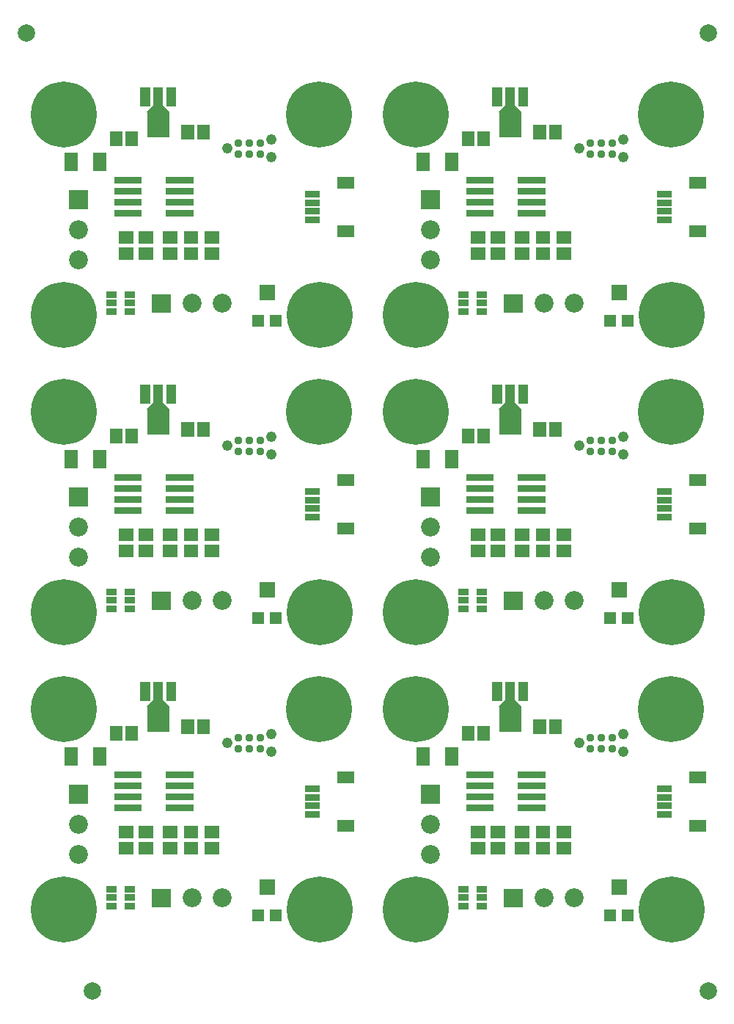
<source format=gbr>
G04 start of page 7 for group -4063 idx -4063 *
G04 Title: (unknown), componentmask *
G04 Creator: pcb 4.0.2 *
G04 CreationDate: Sun Oct 16 03:50:19 2022 UTC *
G04 For: ndholmes *
G04 Format: Gerber/RS-274X *
G04 PCB-Dimensions (mil): 3900.00 4750.00 *
G04 PCB-Coordinate-Origin: lower left *
%MOIN*%
%FSLAX25Y25*%
%LNTOPMASK*%
%ADD47C,0.0370*%
%ADD46C,0.0787*%
%ADD45C,0.0490*%
%ADD44C,0.0001*%
%ADD43C,0.0860*%
%ADD42C,0.2997*%
G54D42*X173000Y418000D03*
X173500Y327000D03*
X173000Y283000D03*
G54D43*X129114Y332173D03*
G54D42*X333500Y327000D03*
X217000D03*
G54D44*G36*
X257255Y336473D02*Y327873D01*
X265855D01*
Y336473D01*
X257255D01*
G37*
G54D43*X275335Y332173D03*
X289114D03*
G54D42*X333000Y418000D03*
G54D45*X291500Y402500D03*
X311500Y406500D03*
Y398500D03*
G54D43*X223673Y351886D03*
G54D42*X217000Y283000D03*
Y418000D03*
G54D44*G36*
X219373Y383745D02*Y375145D01*
X227973D01*
Y383745D01*
X219373D01*
G37*
G54D43*X223673Y365665D03*
G54D45*X311500Y271500D03*
X151500D03*
G54D42*X57000Y327000D03*
Y418000D03*
G54D44*G36*
X59373Y383745D02*Y375145D01*
X67973D01*
Y383745D01*
X59373D01*
G37*
G54D43*X63673Y365665D03*
Y351886D03*
G54D44*G36*
X97255Y336473D02*Y327873D01*
X105855D01*
Y336473D01*
X97255D01*
G37*
G54D43*X115335Y332173D03*
G54D45*X131500Y402500D03*
X151500Y406500D03*
Y398500D03*
G54D42*X333000Y283000D03*
X333500Y192000D03*
G54D43*X289114Y197173D03*
G54D45*X291500Y132500D03*
Y267500D03*
X311500Y263500D03*
G54D42*X333000Y148000D03*
G54D45*X311500Y136500D03*
Y128500D03*
G54D42*X333500Y57000D03*
G54D43*X289114Y62173D03*
G54D42*X217000Y192000D03*
G54D44*G36*
X219373Y248745D02*Y240145D01*
X227973D01*
Y248745D01*
X219373D01*
G37*
G54D43*X223673Y230665D03*
Y216886D03*
G54D44*G36*
X257255Y201473D02*Y192873D01*
X265855D01*
Y201473D01*
X257255D01*
G37*
G54D42*X173500Y192000D03*
G54D43*X275335Y197173D03*
G54D42*X57000Y192000D03*
G54D44*G36*
X97255Y201473D02*Y192873D01*
X105855D01*
Y201473D01*
X97255D01*
G37*
G54D43*X115335Y197173D03*
X129114D03*
G54D42*X57000Y283000D03*
G54D44*G36*
X59373Y248745D02*Y240145D01*
X67973D01*
Y248745D01*
X59373D01*
G37*
G54D43*X63673Y230665D03*
Y216886D03*
G54D45*X131500Y267500D03*
X151500Y263500D03*
G54D42*X173000Y148000D03*
G54D45*X131500Y132500D03*
X151500Y136500D03*
Y128500D03*
G54D42*X173500Y57000D03*
G54D44*G36*
X97255Y66473D02*Y57873D01*
X105855D01*
Y66473D01*
X97255D01*
G37*
G54D43*X115335Y62173D03*
X129114D03*
G54D42*X217000Y57000D03*
X57000D03*
Y148000D03*
G54D44*G36*
X59373Y113745D02*Y105145D01*
X67973D01*
Y113745D01*
X59373D01*
G37*
G54D43*X63673Y95665D03*
Y81886D03*
G54D42*X217000Y148000D03*
G54D44*G36*
X219373Y113745D02*Y105145D01*
X227973D01*
Y113745D01*
X219373D01*
G37*
G54D43*X223673Y95665D03*
Y81886D03*
G54D44*G36*
X257255Y66473D02*Y57873D01*
X265855D01*
Y66473D01*
X257255D01*
G37*
G54D43*X275335Y62173D03*
G54D46*X40000Y455000D03*
G54D44*G36*
X83816Y410252D02*X78098D01*
Y403748D01*
X83816D01*
Y410252D01*
G37*
G36*
X90902D02*X85184D01*
Y403748D01*
X90902D01*
Y410252D01*
G37*
G36*
X63550Y400550D02*X57450D01*
Y392450D01*
X63550D01*
Y400550D01*
G37*
G36*
X76550D02*X70450D01*
Y392450D01*
X76550D01*
Y400550D01*
G37*
G36*
X83000Y389500D02*Y386500D01*
X92500D01*
Y389500D01*
X83000D01*
G37*
G36*
Y384500D02*Y381500D01*
X92500D01*
Y384500D01*
X83000D01*
G37*
G36*
X80000Y389500D02*Y386500D01*
X89500D01*
Y389500D01*
X80000D01*
G37*
G36*
Y384500D02*Y381500D01*
X89500D01*
Y384500D01*
X80000D01*
G37*
G36*
X83000Y379500D02*Y376500D01*
X92500D01*
Y379500D01*
X83000D01*
G37*
G36*
Y374500D02*Y371500D01*
X92500D01*
Y374500D01*
X83000D01*
G37*
G36*
X80000Y379500D02*Y376500D01*
X89500D01*
Y379500D01*
X80000D01*
G37*
G36*
Y374500D02*Y371500D01*
X89500D01*
Y374500D01*
X80000D01*
G37*
G36*
X166649Y371575D02*Y368613D01*
X173351D01*
Y371575D01*
X166649D01*
G37*
G36*
X181413Y367638D02*Y362314D01*
X189099D01*
Y367638D01*
X181413D01*
G37*
G36*
X166649Y375512D02*Y372550D01*
X173351D01*
Y375512D01*
X166649D01*
G37*
G36*
Y379450D02*Y376488D01*
X173351D01*
Y379450D01*
X166649D01*
G37*
G36*
Y383387D02*Y380425D01*
X173351D01*
Y383387D01*
X166649D01*
G37*
G36*
X181413Y389686D02*Y384362D01*
X189099D01*
Y389686D01*
X181413D01*
G37*
G36*
X108096Y430174D02*X103716D01*
Y421700D01*
X108096D01*
Y430174D01*
G37*
G36*
X102190D02*X97810D01*
Y413984D01*
X102190D01*
Y430174D01*
G37*
G36*
X101885Y422429D02*X100041Y420585D01*
X103305Y417321D01*
X105149Y419165D01*
X101885Y422429D01*
G37*
G36*
X99959Y420585D02*X98115Y422429D01*
X94851Y419165D01*
X96695Y417321D01*
X99959Y420585D01*
G37*
G36*
X96284Y430174D02*X91904D01*
Y421700D01*
X96284D01*
Y430174D01*
G37*
G36*
X105025Y419465D02*X94975D01*
Y407525D01*
X105025D01*
Y419465D01*
G37*
G36*
X123402Y413252D02*X117684D01*
Y406748D01*
X123402D01*
Y413252D01*
G37*
G36*
X116316D02*X110598D01*
Y406748D01*
X116316D01*
Y413252D01*
G37*
G36*
X103500Y374500D02*Y371500D01*
X113000D01*
Y374500D01*
X103500D01*
G37*
G36*
Y379500D02*Y376500D01*
X113000D01*
Y379500D01*
X103500D01*
G37*
G36*
Y384500D02*Y381500D01*
X113000D01*
Y384500D01*
X103500D01*
G37*
G36*
Y389500D02*Y386500D01*
X113000D01*
Y389500D01*
X103500D01*
G37*
G36*
X121248Y364902D02*Y359184D01*
X127752D01*
Y364902D01*
X121248D01*
G37*
G36*
Y357816D02*Y352098D01*
X127752D01*
Y357816D01*
X121248D01*
G37*
G36*
X106500Y379500D02*Y376500D01*
X116000D01*
Y379500D01*
X106500D01*
G37*
G36*
Y384500D02*Y381500D01*
X116000D01*
Y384500D01*
X106500D01*
G37*
G36*
Y389500D02*Y386500D01*
X116000D01*
Y389500D01*
X106500D01*
G37*
G36*
Y374500D02*Y371500D01*
X116000D01*
Y374500D01*
X106500D01*
G37*
G36*
X111748Y364902D02*Y359184D01*
X118252D01*
Y364902D01*
X111748D01*
G37*
G36*
Y357816D02*Y352098D01*
X118252D01*
Y357816D01*
X111748D01*
G37*
G36*
X102248Y364902D02*Y359184D01*
X108752D01*
Y364902D01*
X102248D01*
G37*
G36*
Y357816D02*Y352098D01*
X108752D01*
Y357816D01*
X102248D01*
G37*
G54D46*X70000Y20000D03*
G54D44*G36*
X84700Y60000D02*Y57000D01*
X89300D01*
Y60000D01*
X84700D01*
G37*
G36*
Y63900D02*Y60900D01*
X89300D01*
Y63900D01*
X84700D01*
G37*
G36*
Y67800D02*Y64800D01*
X89300D01*
Y67800D01*
X84700D01*
G37*
G36*
X82248Y87816D02*Y82098D01*
X88752D01*
Y87816D01*
X82248D01*
G37*
G36*
Y94902D02*Y89184D01*
X88752D01*
Y94902D01*
X82248D01*
G37*
G36*
X76500Y67800D02*Y64800D01*
X81100D01*
Y67800D01*
X76500D01*
G37*
G36*
Y63900D02*Y60900D01*
X81100D01*
Y63900D01*
X76500D01*
G37*
G36*
Y60000D02*Y57000D01*
X81100D01*
Y60000D01*
X76500D01*
G37*
G36*
X84700Y195000D02*Y192000D01*
X89300D01*
Y195000D01*
X84700D01*
G37*
G36*
Y198900D02*Y195900D01*
X89300D01*
Y198900D01*
X84700D01*
G37*
G36*
Y202800D02*Y199800D01*
X89300D01*
Y202800D01*
X84700D01*
G37*
G36*
X82248Y222816D02*Y217098D01*
X88752D01*
Y222816D01*
X82248D01*
G37*
G36*
Y229902D02*Y224184D01*
X88752D01*
Y229902D01*
X82248D01*
G37*
G36*
X76500Y202800D02*Y199800D01*
X81100D01*
Y202800D01*
X76500D01*
G37*
G36*
X63550Y265550D02*X57450D01*
Y257450D01*
X63550D01*
Y265550D01*
G37*
G36*
X76550D02*X70450D01*
Y257450D01*
X76550D01*
Y265550D01*
G37*
G36*
X80000Y254500D02*Y251500D01*
X89500D01*
Y254500D01*
X80000D01*
G37*
G36*
Y249500D02*Y246500D01*
X89500D01*
Y249500D01*
X80000D01*
G37*
G36*
Y244500D02*Y241500D01*
X89500D01*
Y244500D01*
X80000D01*
G37*
G36*
Y239500D02*Y236500D01*
X89500D01*
Y239500D01*
X80000D01*
G37*
G36*
X76500Y198900D02*Y195900D01*
X81100D01*
Y198900D01*
X76500D01*
G37*
G36*
Y195000D02*Y192000D01*
X81100D01*
Y195000D01*
X76500D01*
G37*
G36*
X83816Y140252D02*X78098D01*
Y133748D01*
X83816D01*
Y140252D01*
G37*
G36*
X63550Y130550D02*X57450D01*
Y122450D01*
X63550D01*
Y130550D01*
G37*
G36*
X76550D02*X70450D01*
Y122450D01*
X76550D01*
Y130550D01*
G37*
G36*
X90902Y140252D02*X85184D01*
Y133748D01*
X90902D01*
Y140252D01*
G37*
G36*
X83000Y119500D02*Y116500D01*
X92500D01*
Y119500D01*
X83000D01*
G37*
G36*
Y114500D02*Y111500D01*
X92500D01*
Y114500D01*
X83000D01*
G37*
G36*
X80000Y119500D02*Y116500D01*
X89500D01*
Y119500D01*
X80000D01*
G37*
G36*
Y114500D02*Y111500D01*
X89500D01*
Y114500D01*
X80000D01*
G37*
G36*
X83000Y109500D02*Y106500D01*
X92500D01*
Y109500D01*
X83000D01*
G37*
G36*
Y104500D02*Y101500D01*
X92500D01*
Y104500D01*
X83000D01*
G37*
G36*
X80000Y109500D02*Y106500D01*
X89500D01*
Y109500D01*
X80000D01*
G37*
G36*
Y104500D02*Y101500D01*
X89500D01*
Y104500D01*
X80000D01*
G37*
G36*
X84700Y330000D02*Y327000D01*
X89300D01*
Y330000D01*
X84700D01*
G37*
G36*
Y333900D02*Y330900D01*
X89300D01*
Y333900D01*
X84700D01*
G37*
G36*
Y337800D02*Y334800D01*
X89300D01*
Y337800D01*
X84700D01*
G37*
G36*
X76500D02*Y334800D01*
X81100D01*
Y337800D01*
X76500D01*
G37*
G36*
Y333900D02*Y330900D01*
X81100D01*
Y333900D01*
X76500D01*
G37*
G36*
Y330000D02*Y327000D01*
X81100D01*
Y330000D01*
X76500D01*
G37*
G36*
X82248Y357816D02*Y352098D01*
X88752D01*
Y357816D01*
X82248D01*
G37*
G36*
Y364902D02*Y359184D01*
X88752D01*
Y364902D01*
X82248D01*
G37*
G36*
X91248D02*Y359184D01*
X97752D01*
Y364902D01*
X91248D01*
G37*
G36*
Y357816D02*Y352098D01*
X97752D01*
Y357816D01*
X91248D01*
G37*
G36*
X142949Y327100D02*Y321800D01*
X148250D01*
Y327100D01*
X142949D01*
G37*
G36*
X150750D02*Y321800D01*
X156051D01*
Y327100D01*
X150750D01*
G37*
G36*
X146050Y340700D02*Y333800D01*
X152951D01*
Y340700D01*
X146050D01*
G37*
G54D47*X136500Y400000D03*
Y405000D03*
X141500Y400000D03*
Y405000D03*
X146500Y400000D03*
Y405000D03*
G54D44*G36*
X83816Y275252D02*X78098D01*
Y268748D01*
X83816D01*
Y275252D01*
G37*
G36*
X83000Y254500D02*Y251500D01*
X92500D01*
Y254500D01*
X83000D01*
G37*
G36*
Y249500D02*Y246500D01*
X92500D01*
Y249500D01*
X83000D01*
G37*
G36*
Y244500D02*Y241500D01*
X92500D01*
Y244500D01*
X83000D01*
G37*
G36*
Y239500D02*Y236500D01*
X92500D01*
Y239500D01*
X83000D01*
G37*
G36*
X90902Y275252D02*X85184D01*
Y268748D01*
X90902D01*
Y275252D01*
G37*
G36*
X123402Y278252D02*X117684D01*
Y271748D01*
X123402D01*
Y278252D01*
G37*
G36*
X116316D02*X110598D01*
Y271748D01*
X116316D01*
Y278252D01*
G37*
G36*
X108096Y295174D02*X103716D01*
Y286700D01*
X108096D01*
Y295174D01*
G37*
G36*
X102190D02*X97810D01*
Y278984D01*
X102190D01*
Y295174D01*
G37*
G36*
X105025Y284465D02*X94975D01*
Y272525D01*
X105025D01*
Y284465D01*
G37*
G36*
X101885Y287429D02*X100041Y285585D01*
X103305Y282321D01*
X105149Y284165D01*
X101885Y287429D01*
G37*
G36*
X99959Y285585D02*X98115Y287429D01*
X94851Y284165D01*
X96695Y282321D01*
X99959Y285585D01*
G37*
G36*
X96284Y295174D02*X91904D01*
Y286700D01*
X96284D01*
Y295174D01*
G37*
G54D47*X136500Y265000D03*
X141500D03*
X146500D03*
X136500Y270000D03*
X141500D03*
X146500D03*
G54D44*G36*
X103500Y239500D02*Y236500D01*
X113000D01*
Y239500D01*
X103500D01*
G37*
G36*
Y244500D02*Y241500D01*
X113000D01*
Y244500D01*
X103500D01*
G37*
G36*
X106500Y239500D02*Y236500D01*
X116000D01*
Y239500D01*
X106500D01*
G37*
G36*
Y244500D02*Y241500D01*
X116000D01*
Y244500D01*
X106500D01*
G37*
G36*
X103500Y249500D02*Y246500D01*
X113000D01*
Y249500D01*
X103500D01*
G37*
G36*
Y254500D02*Y251500D01*
X113000D01*
Y254500D01*
X103500D01*
G37*
G36*
X106500Y249500D02*Y246500D01*
X116000D01*
Y249500D01*
X106500D01*
G37*
G36*
Y254500D02*Y251500D01*
X116000D01*
Y254500D01*
X106500D01*
G37*
G36*
X111748Y229902D02*Y224184D01*
X118252D01*
Y229902D01*
X111748D01*
G37*
G36*
Y222816D02*Y217098D01*
X118252D01*
Y222816D01*
X111748D01*
G37*
G36*
X121248Y229902D02*Y224184D01*
X127752D01*
Y229902D01*
X121248D01*
G37*
G36*
Y222816D02*Y217098D01*
X127752D01*
Y222816D01*
X121248D01*
G37*
G36*
X102248Y229902D02*Y224184D01*
X108752D01*
Y229902D01*
X102248D01*
G37*
G36*
Y222816D02*Y217098D01*
X108752D01*
Y222816D01*
X102248D01*
G37*
G36*
X91248Y229902D02*Y224184D01*
X97752D01*
Y229902D01*
X91248D01*
G37*
G36*
Y222816D02*Y217098D01*
X97752D01*
Y222816D01*
X91248D01*
G37*
G36*
X142949Y192100D02*Y186800D01*
X148250D01*
Y192100D01*
X142949D01*
G37*
G36*
X150750D02*Y186800D01*
X156051D01*
Y192100D01*
X150750D01*
G37*
G36*
X146050Y205700D02*Y198800D01*
X152951D01*
Y205700D01*
X146050D01*
G37*
G36*
X166649Y236575D02*Y233613D01*
X173351D01*
Y236575D01*
X166649D01*
G37*
G36*
Y240512D02*Y237550D01*
X173351D01*
Y240512D01*
X166649D01*
G37*
G36*
Y244450D02*Y241488D01*
X173351D01*
Y244450D01*
X166649D01*
G37*
G36*
Y248387D02*Y245425D01*
X173351D01*
Y248387D01*
X166649D01*
G37*
G36*
X181413Y232638D02*Y227314D01*
X189099D01*
Y232638D01*
X181413D01*
G37*
G36*
Y254686D02*Y249362D01*
X189099D01*
Y254686D01*
X181413D01*
G37*
G36*
X108096Y160174D02*X103716D01*
Y151700D01*
X108096D01*
Y160174D01*
G37*
G36*
X102190D02*X97810D01*
Y143984D01*
X102190D01*
Y160174D01*
G37*
G36*
X105025Y149465D02*X94975D01*
Y137525D01*
X105025D01*
Y149465D01*
G37*
G36*
X101885Y152429D02*X100041Y150585D01*
X103305Y147321D01*
X105149Y149165D01*
X101885Y152429D01*
G37*
G36*
X99959Y150585D02*X98115Y152429D01*
X94851Y149165D01*
X96695Y147321D01*
X99959Y150585D01*
G37*
G36*
X96284Y160174D02*X91904D01*
Y151700D01*
X96284D01*
Y160174D01*
G37*
G36*
X123402Y143252D02*X117684D01*
Y136748D01*
X123402D01*
Y143252D01*
G37*
G36*
X116316D02*X110598D01*
Y136748D01*
X116316D01*
Y143252D01*
G37*
G54D47*X136500Y130000D03*
Y135000D03*
X141500D03*
X146500D03*
X141500Y130000D03*
X146500D03*
G54D44*G36*
X142949Y57100D02*Y51800D01*
X148250D01*
Y57100D01*
X142949D01*
G37*
G36*
X150750D02*Y51800D01*
X156051D01*
Y57100D01*
X150750D01*
G37*
G36*
X146050Y70700D02*Y63800D01*
X152951D01*
Y70700D01*
X146050D01*
G37*
G36*
X166649Y101575D02*Y98613D01*
X173351D01*
Y101575D01*
X166649D01*
G37*
G36*
X181413Y97638D02*Y92314D01*
X189099D01*
Y97638D01*
X181413D01*
G37*
G36*
X166649Y105512D02*Y102550D01*
X173351D01*
Y105512D01*
X166649D01*
G37*
G36*
Y109450D02*Y106488D01*
X173351D01*
Y109450D01*
X166649D01*
G37*
G36*
Y113387D02*Y110425D01*
X173351D01*
Y113387D01*
X166649D01*
G37*
G36*
X181413Y119686D02*Y114362D01*
X189099D01*
Y119686D01*
X181413D01*
G37*
G36*
X103500Y104500D02*Y101500D01*
X113000D01*
Y104500D01*
X103500D01*
G37*
G36*
X106500D02*Y101500D01*
X116000D01*
Y104500D01*
X106500D01*
G37*
G36*
X102248Y94902D02*Y89184D01*
X108752D01*
Y94902D01*
X102248D01*
G37*
G36*
X103500Y109500D02*Y106500D01*
X113000D01*
Y109500D01*
X103500D01*
G37*
G36*
X106500D02*Y106500D01*
X116000D01*
Y109500D01*
X106500D01*
G37*
G36*
X103500Y114500D02*Y111500D01*
X113000D01*
Y114500D01*
X103500D01*
G37*
G36*
Y119500D02*Y116500D01*
X113000D01*
Y119500D01*
X103500D01*
G37*
G36*
X106500Y114500D02*Y111500D01*
X116000D01*
Y114500D01*
X106500D01*
G37*
G36*
Y119500D02*Y116500D01*
X116000D01*
Y119500D01*
X106500D01*
G37*
G36*
X111748Y94902D02*Y89184D01*
X118252D01*
Y94902D01*
X111748D01*
G37*
G36*
Y87816D02*Y82098D01*
X118252D01*
Y87816D01*
X111748D01*
G37*
G36*
X121248Y94902D02*Y89184D01*
X127752D01*
Y94902D01*
X121248D01*
G37*
G36*
Y87816D02*Y82098D01*
X127752D01*
Y87816D01*
X121248D01*
G37*
G36*
X102248D02*Y82098D01*
X108752D01*
Y87816D01*
X102248D01*
G37*
G36*
X91248Y94902D02*Y89184D01*
X97752D01*
Y94902D01*
X91248D01*
G37*
G36*
Y87816D02*Y82098D01*
X97752D01*
Y87816D01*
X91248D01*
G37*
G54D46*X350000Y455000D03*
Y20000D03*
G54D44*G36*
X341413Y232638D02*Y227314D01*
X349099D01*
Y232638D01*
X341413D01*
G37*
G36*
Y254686D02*Y249362D01*
X349099D01*
Y254686D01*
X341413D01*
G37*
G36*
Y97638D02*Y92314D01*
X349099D01*
Y97638D01*
X341413D01*
G37*
G36*
Y119686D02*Y114362D01*
X349099D01*
Y119686D01*
X341413D01*
G37*
G36*
X243816Y410252D02*X238098D01*
Y403748D01*
X243816D01*
Y410252D01*
G37*
G36*
X250902D02*X245184D01*
Y403748D01*
X250902D01*
Y410252D01*
G37*
G36*
X265025Y419465D02*X254975D01*
Y407525D01*
X265025D01*
Y419465D01*
G37*
G36*
X268096Y430174D02*X263716D01*
Y421700D01*
X268096D01*
Y430174D01*
G37*
G36*
X262190D02*X257810D01*
Y413984D01*
X262190D01*
Y430174D01*
G37*
G36*
X261885Y422429D02*X260041Y420585D01*
X263305Y417321D01*
X265149Y419165D01*
X261885Y422429D01*
G37*
G36*
X259959Y420585D02*X258115Y422429D01*
X254851Y419165D01*
X256695Y417321D01*
X259959Y420585D01*
G37*
G36*
X256284Y430174D02*X251904D01*
Y421700D01*
X256284D01*
Y430174D01*
G37*
G36*
X223550Y400550D02*X217450D01*
Y392450D01*
X223550D01*
Y400550D01*
G37*
G36*
X236550D02*X230450D01*
Y392450D01*
X236550D01*
Y400550D01*
G37*
G36*
X244700Y330000D02*Y327000D01*
X249300D01*
Y330000D01*
X244700D01*
G37*
G36*
X302949Y327100D02*Y321800D01*
X308250D01*
Y327100D01*
X302949D01*
G37*
G36*
X310750D02*Y321800D01*
X316051D01*
Y327100D01*
X310750D01*
G37*
G36*
X263500Y384500D02*Y381500D01*
X273000D01*
Y384500D01*
X263500D01*
G37*
G36*
X266500Y374500D02*Y371500D01*
X276000D01*
Y374500D01*
X266500D01*
G37*
G36*
Y379500D02*Y376500D01*
X276000D01*
Y379500D01*
X266500D01*
G37*
G36*
Y384500D02*Y381500D01*
X276000D01*
Y384500D01*
X266500D01*
G37*
G36*
X263500Y389500D02*Y386500D01*
X273000D01*
Y389500D01*
X263500D01*
G37*
G36*
X266500D02*Y386500D01*
X276000D01*
Y389500D01*
X266500D01*
G37*
G36*
X271748Y364902D02*Y359184D01*
X278252D01*
Y364902D01*
X271748D01*
G37*
G36*
Y357816D02*Y352098D01*
X278252D01*
Y357816D01*
X271748D01*
G37*
G36*
X281248Y364902D02*Y359184D01*
X287752D01*
Y364902D01*
X281248D01*
G37*
G36*
Y357816D02*Y352098D01*
X287752D01*
Y357816D01*
X281248D01*
G37*
G36*
X262248Y364902D02*Y359184D01*
X268752D01*
Y364902D01*
X262248D01*
G37*
G36*
X251248D02*Y359184D01*
X257752D01*
Y364902D01*
X251248D01*
G37*
G36*
X262248Y357816D02*Y352098D01*
X268752D01*
Y357816D01*
X262248D01*
G37*
G36*
X251248D02*Y352098D01*
X257752D01*
Y357816D01*
X251248D01*
G37*
G36*
X244700Y333900D02*Y330900D01*
X249300D01*
Y333900D01*
X244700D01*
G37*
G36*
X236500D02*Y330900D01*
X241100D01*
Y333900D01*
X236500D01*
G37*
G36*
Y330000D02*Y327000D01*
X241100D01*
Y330000D01*
X236500D01*
G37*
G36*
X244700Y337800D02*Y334800D01*
X249300D01*
Y337800D01*
X244700D01*
G37*
G36*
X236500D02*Y334800D01*
X241100D01*
Y337800D01*
X236500D01*
G37*
G36*
X243000Y389500D02*Y386500D01*
X252500D01*
Y389500D01*
X243000D01*
G37*
G36*
Y384500D02*Y381500D01*
X252500D01*
Y384500D01*
X243000D01*
G37*
G36*
Y379500D02*Y376500D01*
X252500D01*
Y379500D01*
X243000D01*
G37*
G36*
Y374500D02*Y371500D01*
X252500D01*
Y374500D01*
X243000D01*
G37*
G36*
X263500D02*Y371500D01*
X273000D01*
Y374500D01*
X263500D01*
G37*
G36*
Y379500D02*Y376500D01*
X273000D01*
Y379500D01*
X263500D01*
G37*
G36*
X240000Y389500D02*Y386500D01*
X249500D01*
Y389500D01*
X240000D01*
G37*
G36*
Y384500D02*Y381500D01*
X249500D01*
Y384500D01*
X240000D01*
G37*
G36*
Y379500D02*Y376500D01*
X249500D01*
Y379500D01*
X240000D01*
G37*
G36*
Y374500D02*Y371500D01*
X249500D01*
Y374500D01*
X240000D01*
G37*
G36*
X242248Y357816D02*Y352098D01*
X248752D01*
Y357816D01*
X242248D01*
G37*
G36*
Y364902D02*Y359184D01*
X248752D01*
Y364902D01*
X242248D01*
G37*
G36*
X306050Y340700D02*Y333800D01*
X312951D01*
Y340700D01*
X306050D01*
G37*
G36*
X326649Y371575D02*Y368613D01*
X333351D01*
Y371575D01*
X326649D01*
G37*
G36*
Y375512D02*Y372550D01*
X333351D01*
Y375512D01*
X326649D01*
G37*
G36*
Y379450D02*Y376488D01*
X333351D01*
Y379450D01*
X326649D01*
G37*
G36*
Y383387D02*Y380425D01*
X333351D01*
Y383387D01*
X326649D01*
G37*
G36*
X341413Y367638D02*Y362314D01*
X349099D01*
Y367638D01*
X341413D01*
G37*
G36*
Y389686D02*Y384362D01*
X349099D01*
Y389686D01*
X341413D01*
G37*
G36*
X283402Y413252D02*X277684D01*
Y406748D01*
X283402D01*
Y413252D01*
G37*
G36*
X276316D02*X270598D01*
Y406748D01*
X276316D01*
Y413252D01*
G37*
G54D47*X296500Y400000D03*
Y405000D03*
X301500Y400000D03*
Y405000D03*
X306500Y400000D03*
Y405000D03*
G54D44*G36*
X243816Y275252D02*X238098D01*
Y268748D01*
X243816D01*
Y275252D01*
G37*
G36*
X250902D02*X245184D01*
Y268748D01*
X250902D01*
Y275252D01*
G37*
G36*
X268096Y295174D02*X263716D01*
Y286700D01*
X268096D01*
Y295174D01*
G37*
G36*
X262190D02*X257810D01*
Y278984D01*
X262190D01*
Y295174D01*
G37*
G36*
X265025Y284465D02*X254975D01*
Y272525D01*
X265025D01*
Y284465D01*
G37*
G36*
X261885Y287429D02*X260041Y285585D01*
X263305Y282321D01*
X265149Y284165D01*
X261885Y287429D01*
G37*
G36*
X259959Y285585D02*X258115Y287429D01*
X254851Y284165D01*
X256695Y282321D01*
X259959Y285585D01*
G37*
G36*
X256284Y295174D02*X251904D01*
Y286700D01*
X256284D01*
Y295174D01*
G37*
G36*
X223550Y265550D02*X217450D01*
Y257450D01*
X223550D01*
Y265550D01*
G37*
G36*
X236550D02*X230450D01*
Y257450D01*
X236550D01*
Y265550D01*
G37*
G36*
X243000Y254500D02*Y251500D01*
X252500D01*
Y254500D01*
X243000D01*
G37*
G36*
X263500D02*Y251500D01*
X273000D01*
Y254500D01*
X263500D01*
G37*
G36*
X240000D02*Y251500D01*
X249500D01*
Y254500D01*
X240000D01*
G37*
G36*
X263500Y239500D02*Y236500D01*
X273000D01*
Y239500D01*
X263500D01*
G37*
G36*
Y244500D02*Y241500D01*
X273000D01*
Y244500D01*
X263500D01*
G37*
G36*
Y249500D02*Y246500D01*
X273000D01*
Y249500D01*
X263500D01*
G37*
G36*
X243000D02*Y246500D01*
X252500D01*
Y249500D01*
X243000D01*
G37*
G36*
Y244500D02*Y241500D01*
X252500D01*
Y244500D01*
X243000D01*
G37*
G36*
Y239500D02*Y236500D01*
X252500D01*
Y239500D01*
X243000D01*
G37*
G36*
X240000Y249500D02*Y246500D01*
X249500D01*
Y249500D01*
X240000D01*
G37*
G36*
Y244500D02*Y241500D01*
X249500D01*
Y244500D01*
X240000D01*
G37*
G36*
Y239500D02*Y236500D01*
X249500D01*
Y239500D01*
X240000D01*
G37*
G36*
X266500Y254500D02*Y251500D01*
X276000D01*
Y254500D01*
X266500D01*
G37*
G36*
X283402Y278252D02*X277684D01*
Y271748D01*
X283402D01*
Y278252D01*
G37*
G36*
X276316D02*X270598D01*
Y271748D01*
X276316D01*
Y278252D01*
G37*
G54D47*X296500Y265000D03*
Y270000D03*
X301500Y265000D03*
Y270000D03*
X306500Y265000D03*
Y270000D03*
G54D44*G36*
X244700Y195000D02*Y192000D01*
X249300D01*
Y195000D01*
X244700D01*
G37*
G36*
X302949Y192100D02*Y186800D01*
X308250D01*
Y192100D01*
X302949D01*
G37*
G36*
X310750D02*Y186800D01*
X316051D01*
Y192100D01*
X310750D01*
G37*
G36*
X306050Y205700D02*Y198800D01*
X312951D01*
Y205700D01*
X306050D01*
G37*
G36*
X326649Y236575D02*Y233613D01*
X333351D01*
Y236575D01*
X326649D01*
G37*
G36*
Y240512D02*Y237550D01*
X333351D01*
Y240512D01*
X326649D01*
G37*
G36*
Y244450D02*Y241488D01*
X333351D01*
Y244450D01*
X326649D01*
G37*
G36*
Y248387D02*Y245425D01*
X333351D01*
Y248387D01*
X326649D01*
G37*
G36*
X251248Y222816D02*Y217098D01*
X257752D01*
Y222816D01*
X251248D01*
G37*
G36*
X244700Y198900D02*Y195900D01*
X249300D01*
Y198900D01*
X244700D01*
G37*
G36*
X236500D02*Y195900D01*
X241100D01*
Y198900D01*
X236500D01*
G37*
G36*
Y195000D02*Y192000D01*
X241100D01*
Y195000D01*
X236500D01*
G37*
G36*
X244700Y202800D02*Y199800D01*
X249300D01*
Y202800D01*
X244700D01*
G37*
G36*
X236500D02*Y199800D01*
X241100D01*
Y202800D01*
X236500D01*
G37*
G36*
X242248Y222816D02*Y217098D01*
X248752D01*
Y222816D01*
X242248D01*
G37*
G36*
Y229902D02*Y224184D01*
X248752D01*
Y229902D01*
X242248D01*
G37*
G36*
X266500Y239500D02*Y236500D01*
X276000D01*
Y239500D01*
X266500D01*
G37*
G36*
Y244500D02*Y241500D01*
X276000D01*
Y244500D01*
X266500D01*
G37*
G36*
Y249500D02*Y246500D01*
X276000D01*
Y249500D01*
X266500D01*
G37*
G36*
X271748Y229902D02*Y224184D01*
X278252D01*
Y229902D01*
X271748D01*
G37*
G36*
Y222816D02*Y217098D01*
X278252D01*
Y222816D01*
X271748D01*
G37*
G36*
X281248Y229902D02*Y224184D01*
X287752D01*
Y229902D01*
X281248D01*
G37*
G36*
Y222816D02*Y217098D01*
X287752D01*
Y222816D01*
X281248D01*
G37*
G36*
X262248Y229902D02*Y224184D01*
X268752D01*
Y229902D01*
X262248D01*
G37*
G36*
Y222816D02*Y217098D01*
X268752D01*
Y222816D01*
X262248D01*
G37*
G36*
X251248Y229902D02*Y224184D01*
X257752D01*
Y229902D01*
X251248D01*
G37*
G36*
X243816Y140252D02*X238098D01*
Y133748D01*
X243816D01*
Y140252D01*
G37*
G36*
X223550Y130550D02*X217450D01*
Y122450D01*
X223550D01*
Y130550D01*
G37*
G36*
X236550D02*X230450D01*
Y122450D01*
X236550D01*
Y130550D01*
G37*
G36*
X250902Y140252D02*X245184D01*
Y133748D01*
X250902D01*
Y140252D01*
G37*
G36*
X265025Y149465D02*X254975D01*
Y137525D01*
X265025D01*
Y149465D01*
G37*
G36*
X283402Y143252D02*X277684D01*
Y136748D01*
X283402D01*
Y143252D01*
G37*
G36*
X276316D02*X270598D01*
Y136748D01*
X276316D01*
Y143252D01*
G37*
G36*
X268096Y160174D02*X263716D01*
Y151700D01*
X268096D01*
Y160174D01*
G37*
G36*
X262190D02*X257810D01*
Y143984D01*
X262190D01*
Y160174D01*
G37*
G36*
X261885Y152429D02*X260041Y150585D01*
X263305Y147321D01*
X265149Y149165D01*
X261885Y152429D01*
G37*
G36*
X259959Y150585D02*X258115Y152429D01*
X254851Y149165D01*
X256695Y147321D01*
X259959Y150585D01*
G37*
G36*
X256284Y160174D02*X251904D01*
Y151700D01*
X256284D01*
Y160174D01*
G37*
G54D47*X296500Y130000D03*
Y135000D03*
X301500D03*
X306500D03*
X301500Y130000D03*
X306500D03*
G54D44*G36*
X302949Y57100D02*Y51800D01*
X308250D01*
Y57100D01*
X302949D01*
G37*
G36*
X310750D02*Y51800D01*
X316051D01*
Y57100D01*
X310750D01*
G37*
G36*
X306050Y70700D02*Y63800D01*
X312951D01*
Y70700D01*
X306050D01*
G37*
G36*
X326649Y101575D02*Y98613D01*
X333351D01*
Y101575D01*
X326649D01*
G37*
G36*
Y105512D02*Y102550D01*
X333351D01*
Y105512D01*
X326649D01*
G37*
G36*
Y109450D02*Y106488D01*
X333351D01*
Y109450D01*
X326649D01*
G37*
G36*
Y113387D02*Y110425D01*
X333351D01*
Y113387D01*
X326649D01*
G37*
G36*
X243000Y119500D02*Y116500D01*
X252500D01*
Y119500D01*
X243000D01*
G37*
G36*
Y114500D02*Y111500D01*
X252500D01*
Y114500D01*
X243000D01*
G37*
G36*
Y109500D02*Y106500D01*
X252500D01*
Y109500D01*
X243000D01*
G37*
G36*
Y104500D02*Y101500D01*
X252500D01*
Y104500D01*
X243000D01*
G37*
G36*
X263500D02*Y101500D01*
X273000D01*
Y104500D01*
X263500D01*
G37*
G36*
Y109500D02*Y106500D01*
X273000D01*
Y109500D01*
X263500D01*
G37*
G36*
Y114500D02*Y111500D01*
X273000D01*
Y114500D01*
X263500D01*
G37*
G36*
X266500Y104500D02*Y101500D01*
X276000D01*
Y104500D01*
X266500D01*
G37*
G36*
Y109500D02*Y106500D01*
X276000D01*
Y109500D01*
X266500D01*
G37*
G36*
Y114500D02*Y111500D01*
X276000D01*
Y114500D01*
X266500D01*
G37*
G36*
X263500Y119500D02*Y116500D01*
X273000D01*
Y119500D01*
X263500D01*
G37*
G36*
X266500D02*Y116500D01*
X276000D01*
Y119500D01*
X266500D01*
G37*
G36*
X271748Y94902D02*Y89184D01*
X278252D01*
Y94902D01*
X271748D01*
G37*
G36*
X262248D02*Y89184D01*
X268752D01*
Y94902D01*
X262248D01*
G37*
G36*
X251248D02*Y89184D01*
X257752D01*
Y94902D01*
X251248D01*
G37*
G36*
X271748Y87816D02*Y82098D01*
X278252D01*
Y87816D01*
X271748D01*
G37*
G36*
X262248D02*Y82098D01*
X268752D01*
Y87816D01*
X262248D01*
G37*
G36*
X251248D02*Y82098D01*
X257752D01*
Y87816D01*
X251248D01*
G37*
G36*
X281248Y94902D02*Y89184D01*
X287752D01*
Y94902D01*
X281248D01*
G37*
G36*
Y87816D02*Y82098D01*
X287752D01*
Y87816D01*
X281248D01*
G37*
G36*
X244700Y60000D02*Y57000D01*
X249300D01*
Y60000D01*
X244700D01*
G37*
G36*
Y63900D02*Y60900D01*
X249300D01*
Y63900D01*
X244700D01*
G37*
G36*
Y67800D02*Y64800D01*
X249300D01*
Y67800D01*
X244700D01*
G37*
G36*
X236500D02*Y64800D01*
X241100D01*
Y67800D01*
X236500D01*
G37*
G36*
Y63900D02*Y60900D01*
X241100D01*
Y63900D01*
X236500D01*
G37*
G36*
Y60000D02*Y57000D01*
X241100D01*
Y60000D01*
X236500D01*
G37*
G36*
X240000Y119500D02*Y116500D01*
X249500D01*
Y119500D01*
X240000D01*
G37*
G36*
Y114500D02*Y111500D01*
X249500D01*
Y114500D01*
X240000D01*
G37*
G36*
Y109500D02*Y106500D01*
X249500D01*
Y109500D01*
X240000D01*
G37*
G36*
Y104500D02*Y101500D01*
X249500D01*
Y104500D01*
X240000D01*
G37*
G36*
X242248Y87816D02*Y82098D01*
X248752D01*
Y87816D01*
X242248D01*
G37*
G36*
Y94902D02*Y89184D01*
X248752D01*
Y94902D01*
X242248D01*
G37*
M02*

</source>
